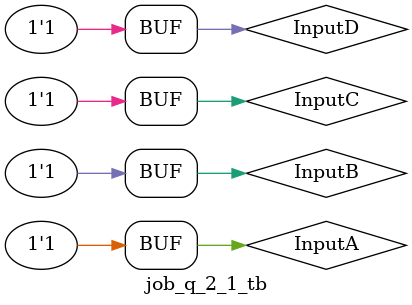
<source format=sv>
module job_q_2_1_tb;
    reg InputA, InputB, InputC, InputD;  
    wire OutputY;                        
    
    job_q_2_1 dut (
        InputA, 
        InputB, 
        InputC, 
        InputD, 
        OutputY
    );
    initial begin
        #20; InputA = 0; InputB = 0; InputC = 0; InputD = 0;
        #10; InputA = 0; InputB = 0; InputC = 0; InputD = 1;
        #10; InputA = 0; InputB = 0; InputC = 1; InputD = 0;
        #10; InputA = 0; InputB = 0; InputC = 1; InputD = 1;
        #10; InputA = 0; InputB = 1; InputC = 0; InputD = 0;
        #10; InputA = 0; InputB = 1; InputC = 0; InputD = 1;
        #10; InputA = 0; InputB = 1; InputC = 1; InputD = 0;
        #10; InputA = 0; InputB = 1; InputC = 1; InputD = 1;
        #10; InputA = 1; InputB = 0; InputC = 0; InputD = 0;
        #10; InputA = 1; InputB = 0; InputC = 0; InputD = 1;
        #10; InputA = 1; InputB = 0; InputC = 1; InputD = 0;
        #10; InputA = 1; InputB = 0; InputC = 1; InputD = 1;
        #10; InputA = 1; InputB = 1; InputC = 0; InputD = 0;
        #10; InputA = 1; InputB = 1; InputC = 0; InputD = 1;
        #10; InputA = 1; InputB = 1; InputC = 1; InputD = 0;
        #10; InputA = 1; InputB = 1; InputC = 1; InputD = 1;
    end
endmodule

</source>
